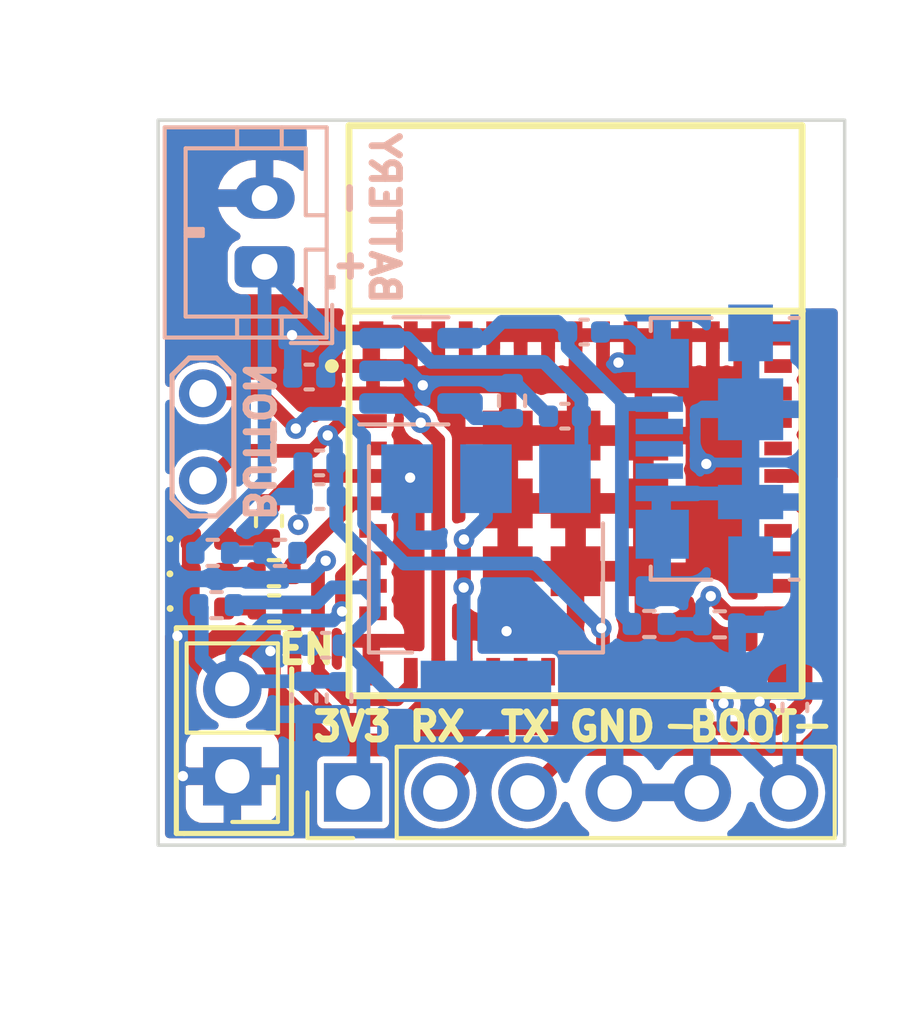
<source format=kicad_pcb>
(kicad_pcb (version 20211014) (generator pcbnew)
  (layers (0 "F.Cu" signal) (31 "B.Cu" signal) (34 "B.Paste" user) (35 "F.Paste" user) (36 "B.SilkS" user "B.Silkscreen") (37 "F.SilkS" user "F.Silkscreen") (38 "B.Mask" user) (39 "F.Mask" user) (44 "Edge.Cuts" user))
  (net 0 "")
  (net 1 "GND")
  (net 2 "+5V")
  (net 3 "+BATT")
  (net 4 "+3V3")
  (net 5 "/EN")
  (net 6 "/BOOT")
  (net 11 "/BATTERY")
  (net 12 "/STATUS")
  (net 16 "/CHARGING")
  (net 17 "/BUTTON")
  (net 22 "/FULL_LED")
  (net 26 "/RX")
  (net 27 "/TX")
  (net 35 "Net-(R1-Pad2)")
  (net 36 "Net-(D1-Pad2)")
  (net 37 "Net-(D2-Pad2)")
  (net 38 "Net-(D3-Pad2)")
  (net 39 "/LOW_LED")
  (net 41 "/ACTION_LED")
  (footprint "Resistor_SMD:R_0402_1005Metric" (layer "F.Cu") (at 138.38 94.11 180)
    (fp_text reference "R9" hide)
    (fp_text value "2K")
    (fp_line (start -0.153641 0.38) (end 0.153641 0.38) (layer "F.SilkS") (width 0.12))
    (fp_line (start -0.153641 -0.38) (end 0.153641 -0.38) (layer "F.SilkS") (width 0.12))
    (pad "1" smd roundrect locked (at -0.51 0 180) (size 0.54 0.64) (layers "F.Cu" "F.Paste" "F.Mask") (net 41 "/ACTION_LED"))
    (pad "2" smd roundrect locked (at 0.51 0 180) (size 0.54 0.64) (layers "F.Cu" "F.Paste" "F.Mask") (net 38 "Net-(D3-Pad2)"))
  )
  (footprint "LED_SMD:LED_0402_1005Metric" (layer "F.Cu") (at 136.4375 92.08)
    (fp_text reference "D1" hide)
    (fp_text value "LED")
    (fp_circle (center -1.09 0) (end -1.04 0) (layer "F.SilkS") (width 0.1) (fill none))
    (pad "1" smd roundrect locked (at -0.485 0) (size 0.59 0.64) (layers "F.Cu" "F.Paste" "F.Mask") (net 1 "GND"))
    (pad "2" smd roundrect locked (at 0.485 0) (size 0.59 0.64) (layers "F.Cu" "F.Paste" "F.Mask") (net 36 "Net-(D1-Pad2)"))
  )
  (footprint "LED_SMD:LED_0402_1005Metric" (layer "F.Cu") (at 136.44 94.11)
    (fp_text reference "D3" hide)
    (fp_text value "LED")
    (fp_circle (center -1.09 0) (end -1.04 0) (layer "F.SilkS") (width 0.1) (fill none))
    (pad "1" smd roundrect locked (at -0.485 0) (size 0.59 0.64) (layers "F.Cu" "F.Paste" "F.Mask") (net 1 "GND"))
    (pad "2" smd roundrect locked (at 0.485 0) (size 0.59 0.64) (layers "F.Cu" "F.Paste" "F.Mask") (net 38 "Net-(D3-Pad2)"))
  )
  (footprint "Connector_PinHeader_2.54mm:PinHeader_1x06_P2.54mm_Vertical" (layer "F.Cu") (at 140.68 99.465 90)
    (fp_text reference "J2" hide)
    (fp_text value "Conn_01x06_Male")
    (fp_line (start -1.33 1.27) (end -1.33 14.03) (layer "F.SilkS") (width 0.12))
    (fp_line (start 1.33 1.27) (end 1.33 14.03) (layer "F.SilkS") (width 0.12))
    (fp_line (start -1.33 1.27) (end 1.33 1.27) (layer "F.SilkS") (width 0.12))
    (fp_line (start -1.33 0) (end -1.33 -1.33) (layer "F.SilkS") (width 0.12))
    (fp_line (start -1.33 -1.33) (end 0 -1.33) (layer "F.SilkS") (width 0.12))
    (fp_line (start -1.33 14.03) (end 1.33 14.03) (layer "F.SilkS") (width 0.12))
    (pad "1" thru_hole rect (at 0 0 90) (size 1.7 1.7) (drill 1) (layers *.Cu *.Mask) (net 4 "+3V3"))
    (pad "2" thru_hole oval (at 0 2.54 90) (size 1.7 1.7) (drill 1) (layers *.Cu *.Mask) (net 26 "/RX"))
    (pad "3" thru_hole oval (at 0 5.08 90) (size 1.7 1.7) (drill 1) (layers *.Cu *.Mask) (net 27 "/TX"))
    (pad "4" thru_hole oval (at 0 7.62 90) (size 1.7 1.7) (drill 1) (layers *.Cu *.Mask) (net 1 "GND"))
    (pad "5" thru_hole oval (at 0 10.16 90) (size 1.7 1.7) (drill 1) (layers *.Cu *.Mask) (net 1 "GND"))
    (pad "6" thru_hole oval (at 0 12.7 90) (size 1.7 1.7) (drill 1) (layers *.Cu *.Mask) (net 6 "/BOOT"))
  )
  (footprint "Resistor_SMD:R_0402_1005Metric" (layer "F.Cu") (at 138.23 91.56 -90)
    (fp_text reference "R7" hide)
    (fp_text value "2K")
    (fp_line (start -0.153641 -0.38) (end 0.153641 -0.38) (layer "F.SilkS") (width 0.12))
    (fp_line (start -0.153641 0.38) (end 0.153641 0.38) (layer "F.SilkS") (width 0.12))
    (pad "1" smd roundrect locked (at -0.51 0 270) (size 0.54 0.64) (layers "F.Cu" "F.Paste" "F.Mask") (net 39 "/LOW_LED"))
    (pad "2" smd roundrect locked (at 0.51 0 270) (size 0.54 0.64) (layers "F.Cu" "F.Paste" "F.Mask") (net 36 "Net-(D1-Pad2)"))
  )
  (footprint "Resistor_SMD:R_0402_1005Metric" (layer "F.Cu") (at 138.3725 93.08 180)
    (fp_text reference "R8" hide)
    (fp_text value "2K")
    (fp_line (start -0.153641 -0.38) (end 0.153641 -0.38) (layer "F.SilkS") (width 0.12))
    (fp_line (start -0.153641 0.38) (end 0.153641 0.38) (layer "F.SilkS") (width 0.12))
    (pad "1" smd roundrect locked (at -0.51 0 180) (size 0.54 0.64) (layers "F.Cu" "F.Paste" "F.Mask") (net 22 "/FULL_LED"))
    (pad "2" smd roundrect locked (at 0.51 0 180) (size 0.54 0.64) (layers "F.Cu" "F.Paste" "F.Mask") (net 37 "Net-(D2-Pad2)"))
  )
  (footprint "LED_SMD:LED_0402_1005Metric" (layer "F.Cu") (at 136.4325 93.1)
    (fp_text reference "D2" hide)
    (fp_text value "LED")
    (fp_circle (center -1.09 0) (end -1.04 0) (layer "F.SilkS") (width 0.1) (fill none))
    (pad "1" smd roundrect locked (at -0.485 0) (size 0.59 0.64) (layers "F.Cu" "F.Paste" "F.Mask") (net 1 "GND"))
    (pad "2" smd roundrect locked (at 0.485 0) (size 0.59 0.64) (layers "F.Cu" "F.Paste" "F.Mask") (net 37 "Net-(D2-Pad2)"))
  )
  (footprint "ESP32-C3-MINI-1-N4:ESP32C3MINI1N4" (layer "F.Cu") (at 147.16 91.05)
    (fp_text reference "IC1" hide)
    (fp_text value "ESP32-C3-MINI-1-N4" hide)
    (fp_line (start -7.2 -4) (end -7.2 -4) (layer "F.SilkS") (width 0.2))
    (fp_line (start -6.6 -5.6) (end 6.61 -5.6) (layer "F.SilkS") (width 0.2))
    (fp_line (start -6.6 -5.7) (end -6.6 5.6) (layer "F.SilkS") (width 0.2))
    (fp_line (start 6.6 5.6) (end 6.6 -5.7) (layer "F.SilkS") (width 0.2))
    (fp_line (start -7 -4) (end -7 -4) (layer "F.SilkS") (width 0.2))
    (fp_line (start -6.6 -5.7) (end -6.6 -11) (layer "F.SilkS") (width 0.2))
    (fp_line (start -6.6 5.6) (end 6.6 5.6) (layer "F.SilkS") (width 0.2))
    (fp_line (start 6.6 -11) (end 6.6 -5.7) (layer "F.SilkS") (width 0.2))
    (fp_line (start -6.6 -11) (end 6.6 -11) (layer "F.SilkS") (width 0.2))
    (fp_arc (start -7 -4) (mid -7.1 -3.9) (end -7.2 -4) (layer "F.SilkS") (width 0.2))
    (fp_arc (start -7.2 -4) (mid -7.1 -4.1) (end -7 -4) (layer "F.SilkS") (width 0.2))
    (pad "1" smd rect (at -5.9 -4 90) (size 0.4 0.8) (layers "F.Cu" "F.Paste" "F.Mask") (net 1 "GND"))
    (pad "2" smd rect (at -5.9 -3.2 90) (size 0.4 0.8) (layers "F.Cu" "F.Paste" "F.Mask") (net 1 "GND"))
    (pad "3" smd rect (at -5.9 -2.4 90) (size 0.4 0.8) (layers "F.Cu" "F.Paste" "F.Mask") (net 4 "+3V3"))
    (pad "4" smd rect (at -5.9 -1.6 90) (size 0.4 0.8) (layers "F.Cu" "F.Paste" "F.Mask"))
    (pad "5" smd rect (at -5.9 -0.8 90) (size 0.4 0.8) (layers "F.Cu" "F.Paste" "F.Mask") (net 39 "/LOW_LED"))
    (pad "6" smd rect (at -5.9 0 90) (size 0.4 0.8) (layers "F.Cu" "F.Paste" "F.Mask") (net 22 "/FULL_LED"))
    (pad "7" smd rect (at -5.9 0.8 90) (size 0.4 0.8) (layers "F.Cu" "F.Paste" "F.Mask"))
    (pad "8" smd rect (at -5.9 1.6 90) (size 0.4 0.8) (layers "F.Cu" "F.Paste" "F.Mask") (net 5 "/EN"))
    (pad "9" smd rect (at -5.9 2.4 90) (size 0.4 0.8) (layers "F.Cu" "F.Paste" "F.Mask"))
    (pad "10" smd rect (at -5.9 3.2 90) (size 0.4 0.8) (layers "F.Cu" "F.Paste" "F.Mask"))
    (pad "11" smd rect (at -5.9 4 90) (size 0.4 0.8) (layers "F.Cu" "F.Paste" "F.Mask") (net 1 "GND"))
    (pad "12" smd rect (at -4.8 4.9) (size 0.4 0.8) (layers "F.Cu" "F.Paste" "F.Mask") (net 11 "/BATTERY"))
    (pad "13" smd rect (at -4 4.9) (size 0.4 0.8) (layers "F.Cu" "F.Paste" "F.Mask") (net 12 "/STATUS"))
    (pad "14" smd rect (at -3.2 4.9) (size 0.4 0.8) (layers "F.Cu" "F.Paste" "F.Mask") (net 1 "GND"))
    (pad "15" smd rect (at -2.4 4.9) (size 0.4 0.8) (layers "F.Cu" "F.Paste" "F.Mask"))
    (pad "16" smd rect (at -1.6 4.9) (size 0.4 0.8) (layers "F.Cu" "F.Paste" "F.Mask"))
    (pad "17" smd rect (at -0.8 4.9) (size 0.4 0.8) (layers "F.Cu" "F.Paste" "F.Mask"))
    (pad "18" smd rect (at 0 4.9) (size 0.4 0.8) (layers "F.Cu" "F.Paste" "F.Mask") (net 41 "/ACTION_LED"))
    (pad "19" smd rect (at 0.8 4.9) (size 0.4 0.8) (layers "F.Cu" "F.Paste" "F.Mask") (net 17 "/BUTTON"))
    (pad "20" smd rect (at 1.6 4.9) (size 0.4 0.8) (layers "F.Cu" "F.Paste" "F.Mask"))
    (pad "21" smd rect (at 2.4 4.9) (size 0.4 0.8) (layers "F.Cu" "F.Paste" "F.Mask"))
    (pad "22" smd rect (at 3.2 4.9) (size 0.4 0.8) (layers "F.Cu" "F.Paste" "F.Mask"))
    (pad "23" smd rect (at 4 4.9) (size 0.4 0.8) (layers "F.Cu" "F.Paste" "F.Mask") (net 6 "/BOOT"))
    (pad "24" smd rect (at 4.8 4.9) (size 0.4 0.8) (layers "F.Cu" "F.Paste" "F.Mask"))
    (pad "25" smd rect (at 5.9 4 90) (size 0.4 0.8) (layers "F.Cu" "F.Paste" "F.Mask"))
    (pad "26" smd rect (at 5.9 3.2 90) (size 0.4 0.8) (layers "F.Cu" "F.Paste" "F.Mask") (net 16 "/CHARGING"))
    (pad "27" smd rect (at 5.9 2.4 90) (size 0.4 0.8) (layers "F.Cu" "F.Paste" "F.Mask"))
    (pad "28" smd rect (at 5.9 1.6 90) (size 0.4 0.8) (layers "F.Cu" "F.Paste" "F.Mask"))
    (pad "29" smd rect (at 5.9 0.8 90) (size 0.4 0.8) (layers "F.Cu" "F.Paste" "F.Mask"))
    (pad "30" smd rect (at 5.9 0 90) (size 0.4 0.8) (layers "F.Cu" "F.Paste" "F.Mask") (net 26 "/RX"))
    (pad "31" smd rect (at 5.9 -0.8 90) (size 0.4 0.8) (layers "F.Cu" "F.Paste" "F.Mask") (net 27 "/TX"))
    (pad "32" smd rect (at 5.9 -1.6 90) (size 0.4 0.8) (layers "F.Cu" "F.Paste" "F.Mask"))
    (pad "33" smd rect (at 5.9 -2.4 90) (size 0.4 0.8) (layers "F.Cu" "F.Paste" "F.Mask"))
    (pad "34" smd rect (at 5.9 -3.2 90) (size 0.4 0.8) (layers "F.Cu" "F.Paste" "F.Mask"))
    (pad "35" smd rect (at 5.9 -4 90) (size 0.4 0.8) (layers "F.Cu" "F.Paste" "F.Mask"))
    (pad "36" smd rect (at 4.8 -4.9) (size 0.4 0.8) (layers "F.Cu" "F.Paste" "F.Mask") (net 1 "GND"))
    (pad "37" smd rect (at 4 -4.9) (size 0.4 0.8) (layers "F.Cu" "F.Paste" "F.Mask") (net 1 "GND"))
    (pad "38" smd rect (at 3.2 -4.9) (size 0.4 0.8) (layers "F.Cu" "F.Paste" "F.Mask") (net 1 "GND"))
    (pad "39" smd rect (at 2.4 -4.9) (size 0.4 0.8) (layers "F.Cu" "F.Paste" "F.Mask") (net 1 "GND"))
    (pad "40" smd rect (at 1.6 -4.9) (size 0.4 0.8) (layers "F.Cu" "F.Paste" "F.Mask") (net 1 "GND"))
    (pad "41" smd rect (at 0.8 -4.9) (size 0.4 0.8) (layers "F.Cu" "F.Paste" "F.Mask") (net 1 "GND"))
    (pad "42" smd rect (at 0 -4.9) (size 0.4 0.8) (layers "F.Cu" "F.Paste" "F.Mask") (net 1 "GND"))
    (pad "43" smd rect (at -0.8 -4.9) (size 0.4 0.8) (layers "F.Cu" "F.Paste" "F.Mask") (net 1 "GND"))
    (pad "44" smd rect (at -1.6 -4.9) (size 0.4 0.8) (layers "F.Cu" "F.Paste" "F.Mask") (net 1 "GND"))
    (pad "45" smd rect (at -2.4 -4.9) (size 0.4 0.8) (layers "F.Cu" "F.Paste" "F.Mask") (net 1 "GND"))
    (pad "46" smd rect (at -3.2 -4.9) (size 0.4 0.8) (layers "F.Cu" "F.Paste" "F.Mask") (net 1 "GND"))
    (pad "47" smd rect (at -4 -4.9) (size 0.4 0.8) (layers "F.Cu" "F.Paste" "F.Mask") (net 1 "GND"))
    (pad "48" smd rect (at -4.8 -4.9) (size 0.4 0.8) (layers "F.Cu" "F.Paste" "F.Mask") (net 1 "GND"))
    (pad "49" smd rect (at 0 0) (size 1.45 1.45) (layers "F.Cu" "F.Paste" "F.Mask") (net 1 "GND"))
    (pad "50" smd rect (at 1.975 -1.975) (size 1.45 1.45) (layers "F.Cu" "F.Paste" "F.Mask") (net 1 "GND"))
    (pad "51" smd rect (at 0 -1.975) (size 1.45 1.45) (layers "F.Cu" "F.Paste" "F.Mask") (net 1 "GND"))
    (pad "52" smd rect (at -1.975 -1.975) (size 1.45 1.45) (layers "F.Cu" "F.Paste" "F.Mask") (net 1 "GND"))
    (pad "53" smd rect (at -1.975 0) (size 1.45 1.45) (layers "F.Cu" "F.Paste" "F.Mask") (net 1 "GND"))
    (pad "54" smd rect (at -1.975 1.975) (size 1.45 1.45) (layers "F.Cu" "F.Paste" "F.Mask") (net 1 "GND"))
    (pad "55" smd rect (at 0 1.975) (size 1.45 1.45) (layers "F.Cu" "F.Paste" "F.Mask") (net 1 "GND"))
    (pad "56" smd rect (at 1.975 1.975) (size 1.45 1.45) (layers "F.Cu" "F.Paste" "F.Mask") (net 1 "GND"))
    (pad "57" smd rect (at 1.975 0) (size 1.45 1.45) (layers "F.Cu" "F.Paste" "F.Mask") (net 1 "GND"))
    (pad "58" smd rect (at -5.95 -4.95) (size 0.7 0.7) (layers "F.Cu" "F.Paste" "F.Mask") (net 1 "GND"))
    (pad "59" smd rect (at -5.95 4.95) (size 0.7 0.7) (layers "F.Cu" "F.Paste" "F.Mask") (net 1 "GND"))
    (pad "60" smd rect (at 5.95 4.95) (size 0.7 0.7) (layers "F.Cu" "F.Paste" "F.Mask") (net 1 "GND"))
    (pad "61" smd rect (at 5.95 -4.95) (size 0.7 0.7) (layers "F.Cu" "F.Paste" "F.Mask") (net 1 "GND"))
  )
  (footprint "Connector_PinHeader_2.54mm:PinHeader_1x02_P2.54mm_Vertical" (layer "F.Cu") (at 137.16 98.995 180)
    (fp_text reference "J3" hide)
    (fp_text value "Conn_01x02_Male")
    (fp_line (start -1.33 0) (end -1.33 -1.33) (layer "F.SilkS") (width 0.12))
    (fp_line (start -1.33 1.27) (end 1.33 1.27) (layer "F.SilkS") (width 0.12))
    (fp_line (start 1.33 1.27) (end 1.33 3.87) (layer "F.SilkS") (width 0.12))
    (fp_line (start -1.33 1.27) (end -1.33 3.87) (layer "F.SilkS") (width 0.12))
    (fp_line (start -1.33 -1.33) (end 0 -1.33) (layer "F.SilkS") (width 0.12))
    (fp_line (start -1.33 3.87) (end 1.33 3.87) (layer "F.SilkS") (width 0.12))
    (pad "1" thru_hole rect locked (at 0 0 180) (size 1.7 1.7) (drill 1) (layers *.Cu *.Mask) (net 1 "GND"))
    (pad "2" thru_hole oval locked (at 0 2.54 180) (size 1.7 1.7) (drill 1) (layers *.Cu *.Mask) (net 5 "/EN"))
  )
  (footprint "Resistor_SMD:R_0402_1005Metric" (layer "B.Cu") (at 145.31 88.06 -90)
    (fp_text reference "R1" hide)
    (fp_text value "2.2k")
    (fp_line (start -0.153641 0.38) (end 0.153641 0.38) (layer "B.SilkS") (width 0.12))
    (fp_line (start -0.153641 -0.38) (end 0.153641 -0.38) (layer "B.SilkS") (width 0.12))
    (pad "1" smd roundrect locked (at -0.51 0 270) (size 0.54 0.64) (layers "B.Cu" "B.Paste" "B.Mask") (net 1 "GND"))
    (pad "2" smd roundrect locked (at 0.51 0 270) (size 0.54 0.64) (layers "B.Cu" "B.Paste" "B.Mask") (net 35 "Net-(R1-Pad2)"))
  )
  (footprint "Resistor_SMD:R_0402_1005Metric" (layer "B.Cu") (at 151.36 94.57)
    (fp_text reference "R5" hide)
    (fp_text value "2K")
    (fp_line (start -0.153641 0.38) (end 0.153641 0.38) (layer "B.SilkS") (width 0.12))
    (fp_line (start -0.153641 -0.38) (end 0.153641 -0.38) (layer "B.SilkS") (width 0.12))
    (pad "1" smd roundrect locked (at -0.51 0) (size 0.54 0.64) (layers "B.Cu" "B.Paste" "B.Mask") (net 16 "/CHARGING"))
    (pad "2" smd roundrect locked (at 0.51 0) (size 0.54 0.64) (layers "B.Cu" "B.Paste" "B.Mask") (net 1 "GND"))
  )
  (footprint "Capacitor_SMD:C_0402_1005Metric" (layer "B.Cu") (at 146.85 88.51 180)
    (fp_text reference "C2" hide)
    (fp_text value "22uF/10V/10%")
    (fp_line (start -0.107836 -0.36) (end 0.107836 -0.36) (layer "B.SilkS") (width 0.12))
    (fp_line (start -0.107836 0.36) (end 0.107836 0.36) (layer "B.SilkS") (width 0.12))
    (pad "1" smd roundrect locked (at -0.48 0 180) (size 0.56 0.62) (layers "B.Cu" "B.Paste" "B.Mask") (net 3 "+BATT"))
    (pad "2" smd roundrect locked (at 0.48 0 180) (size 0.56 0.62) (layers "B.Cu" "B.Paste" "B.Mask") (net 1 "GND"))
  )
  (footprint "Resistor_SMD:R_0402_1005Metric" (layer "B.Cu") (at 136.59 92.49)
    (fp_text reference "R2" hide)
    (fp_text value "1K")
    (fp_line (start -0.153641 -0.38) (end 0.153641 -0.38) (layer "B.SilkS") (width 0.12))
    (fp_line (start -0.153641 0.38) (end 0.153641 0.38) (layer "B.SilkS") (width 0.12))
    (pad "1" smd roundrect locked (at -0.51 0) (size 0.54 0.64) (layers "B.Cu" "B.Paste" "B.Mask") (net 3 "+BATT"))
    (pad "2" smd roundrect locked (at 0.51 0) (size 0.54 0.64) (layers "B.Cu" "B.Paste" "B.Mask") (net 11 "/BATTERY"))
  )
  (footprint "Capacitor_SMD:C_0402_1005Metric" (layer "B.Cu") (at 139.7 89.87 180)
    (fp_text reference "C9" hide)
    (fp_text value "0.1uF")
    (fp_line (start -0.107836 -0.36) (end 0.107836 -0.36) (layer "B.SilkS") (width 0.12))
    (fp_line (start -0.107836 0.36) (end 0.107836 0.36) (layer "B.SilkS") (width 0.12))
    (pad "1" smd roundrect locked (at -0.48 0 180) (size 0.56 0.62) (layers "B.Cu" "B.Paste" "B.Mask") (net 4 "+3V3"))
    (pad "2" smd roundrect locked (at 0.48 0 180) (size 0.56 0.62) (layers "B.Cu" "B.Paste" "B.Mask") (net 1 "GND"))
  )
  (footprint "Resistor_SMD:R_0402_1005Metric" (layer "B.Cu") (at 138.55 92.49)
    (fp_text reference "R3" hide)
    (fp_text value "2K")
    (fp_line (start -0.153641 -0.38) (end 0.153641 -0.38) (layer "B.SilkS") (width 0.12))
    (fp_line (start -0.153641 0.38) (end 0.153641 0.38) (layer "B.SilkS") (width 0.12))
    (pad "1" smd roundrect locked (at -0.51 0) (size 0.54 0.64) (layers "B.Cu" "B.Paste" "B.Mask") (net 11 "/BATTERY"))
    (pad "2" smd roundrect locked (at 0.51 0) (size 0.54 0.64) (layers "B.Cu" "B.Paste" "B.Mask") (net 1 "GND"))
  )
  (footprint "Connector_USB:USB_Micro-B_Molex_47346-0001" (layer "B.Cu") (at 151.06 89.46 -90)
    (fp_text reference "J1" hide)
    (fp_text value "USB_B_Micro")
    (fp_line (start 3.81 -2.34) (end 3.81 -2.6) (layer "B.SilkS") (width 0.12))
    (fp_line (start 3.81 1.71) (end 3.43 1.71) (layer "B.SilkS") (width 0.12))
    (fp_line (start -3.81 -0.06) (end -3.81 1.71) (layer "B.SilkS") (width 0.12))
    (fp_line (start -3.81 1.71) (end -3.43 1.71) (layer "B.SilkS") (width 0.12))
    (fp_line (start 3.81 1.71) (end 3.81 -0.06) (layer "B.SilkS") (width 0.12))
    (fp_line (start -3.81 -2.6) (end -3.81 -2.34) (layer "B.SilkS") (width 0.12))
    (pad "1" smd rect (at -1.3 1.46 270) (size 0.45 1.38) (layers "B.Cu" "B.Paste" "B.Mask") (net 2 "+5V"))
    (pad "2" smd rect (at -0.65 1.46 270) (size 0.45 1.38) (layers "B.Cu" "B.Paste" "B.Mask"))
    (pad "3" smd rect (at 0 1.46 270) (size 0.45 1.38) (layers "B.Cu" "B.Paste" "B.Mask"))
    (pad "4" smd rect (at 0.65 1.46 270) (size 0.45 1.38) (layers "B.Cu" "B.Paste" "B.Mask"))
    (pad "5" smd rect (at 1.3 1.46 270) (size 0.45 1.38) (layers "B.Cu" "B.Paste" "B.Mask") (net 1 "GND"))
    (pad "6" smd rect (at 3.375 -1.2 270) (size 1.65 1.3) (layers "B.Cu" "B.Paste" "B.Mask") (net 1 "GND"))
    (pad "6" smd rect (at -2.4875 1.375 270) (size 1.425 1.55) (layers "B.Cu" "B.Paste" "B.Mask") (net 1 "GND"))
    (pad "6" smd rect (at -3.375 -1.2 270) (size 1.65 1.3) (layers "B.Cu" "B.Paste" "B.Mask") (net 1 "GND"))
    (pad "6" smd rect (at -1.15 -1.2 270) (size 1.8 1.9) (layers "B.Cu" "B.Paste" "B.Mask") (net 1 "GND"))
    (pad "6" smd rect (at 1.55 -1.2 270) (size 1 1.9) (layers "B.Cu" "B.Paste" "B.Mask") (net 1 "GND"))
    (pad "6" smd rect (at 2.4875 1.375 270) (size 1.425 1.55) (layers "B.Cu" "B.Paste" "B.Mask") (net 1 "GND"))
  )
  (footprint "Package_TO_SOT_SMD:SOT-23-5" (layer "B.Cu") (at 142.6575 87.19)
    (fp_text reference "U1" hide)
    (fp_text value "MCP73831-2-OT")
    (fp_line (start 0 1.56) (end -1.8 1.56) (layer "B.SilkS") (width 0.12))
    (fp_line (start 0 -1.56) (end -0.8 -1.56) (layer "B.SilkS") (width 0.12))
    (fp_line (start 0 1.56) (end 0.8 1.56) (layer "B.SilkS") (width 0.12))
    (fp_line (start 0 -1.56) (end 0.8 -1.56) (layer "B.SilkS") (width 0.12))
    (pad "1" smd roundrect locked (at -1.1375 0.95) (size 1.325 0.6) (layers "B.Cu" "B.Paste" "B.Mask") (net 12 "/STATUS"))
    (pad "2" smd roundrect locked (at -1.1375 0) (size 1.325 0.6) (layers "B.Cu" "B.Paste" "B.Mask") (net 1 "GND"))
    (pad "3" smd roundrect locked (at -1.1375 -0.95) (size 1.325 0.6) (layers "B.Cu" "B.Paste" "B.Mask") (net 3 "+BATT"))
    (pad "4" smd roundrect locked (at 1.1375 -0.95) (size 1.325 0.6) (layers "B.Cu" "B.Paste" "B.Mask") (net 2 "+5V"))
    (pad "5" smd roundrect locked (at 1.1375 0.95) (size 1.325 0.6) (layers "B.Cu" "B.Paste" "B.Mask") (net 35 "Net-(R1-Pad2)"))
  )
  (footprint "Capacitor_SMD:C_0402_1005Metric" (layer "B.Cu") (at 139.71 90.85)
    (fp_text reference "C8" hide)
    (fp_text value "10uF")
    (fp_line (start -0.107836 0.36) (end 0.107836 0.36) (layer "B.SilkS") (width 0.12))
    (fp_line (start -0.107836 -0.36) (end 0.107836 -0.36) (layer "B.SilkS") (width 0.12))
    (pad "1" smd roundrect locked (at -0.48 0) (size 0.56 0.62) (layers "B.Cu" "B.Paste" "B.Mask") (net 1 "GND"))
    (pad "2" smd roundrect locked (at 0.48 0) (size 0.56 0.62) (layers "B.Cu" "B.Paste" "B.Mask") (net 4 "+3V3"))
  )
  (footprint "Resistor_SMD:R_0402_1005Metric" (layer "B.Cu") (at 149.31 94.56)
    (fp_text reference "R4" hide)
    (fp_text value "1K")
    (fp_line (start -0.153641 0.38) (end 0.153641 0.38) (layer "B.SilkS") (width 0.12))
    (fp_line (start -0.153641 -0.38) (end 0.153641 -0.38) (layer "B.SilkS") (width 0.12))
    (pad "1" smd roundrect locked (at -0.51 0) (size 0.54 0.64) (layers "B.Cu" "B.Paste" "B.Mask") (net 2 "+5V"))
    (pad "2" smd roundrect locked (at 0.51 0) (size 0.54 0.64) (layers "B.Cu" "B.Paste" "B.Mask") (net 16 "/CHARGING"))
  )
  (footprint "Capacitor_SMD:C_0402_1005Metric" (layer "B.Cu") (at 140.27 96.72 -90)
    (fp_text reference "C5" hide)
    (fp_text value "0.1uF")
    (fp_line (start -0.107836 0.36) (end 0.107836 0.36) (layer "B.SilkS") (width 0.12))
    (fp_line (start -0.107836 -0.36) (end 0.107836 -0.36) (layer "B.SilkS") (width 0.12))
    (pad "1" smd roundrect locked (at -0.48 0 270) (size 0.56 0.62) (layers "B.Cu" "B.Paste" "B.Mask") (net 5 "/EN"))
    (pad "2" smd roundrect locked (at 0.48 0 270) (size 0.56 0.62) (layers "B.Cu" "B.Paste" "B.Mask") (net 1 "GND"))
  )
  (footprint "Connector_JST:JST_PH_B2B-PH-K_1x02_P2.00mm_Vertical" (layer "B.Cu") (at 138.1 84.16 90)
    (fp_text reference "J4" hide)
    (fp_text value "Conn_01x02_Male")
    (fp_line (start 3.45 1.2) (end 1.5 1.2) (layer "B.SilkS") (width 0.12))
    (fp_line (start 0.5 1.2) (end -1.45 1.2) (layer "B.SilkS") (width 0.12))
    (fp_line (start -2.06 -2.91) (end 4.06 -2.91) (layer "B.SilkS") (width 0.12))
    (fp_line (start -1.45 1.2) (end -1.45 -2.3) (layer "B.SilkS") (width 0.12))
    (fp_line (start 0.5 1.81) (end 0.5 1.2) (layer "B.SilkS") (width 0.12))
    (fp_line (start -2.06 0.5) (end -1.45 0.5) (layer "B.SilkS") (width 0.12))
    (fp_line (start 1 -2.3) (end 1 -1.8) (layer "B.SilkS") (width 0.12))
    (fp_line (start -2.22 1.97) (end -2.22 0.765) (layer "B.SilkS") (width 0.12))
    (fp_line (start 1.1 -1.8) (end 1.1 -2.3) (layer "B.SilkS") (width 0.12))
    (fp_line (start 3.45 -2.3) (end 3.45 1.2) (layer "B.SilkS") (width 0.12))
    (fp_line (start 4.06 -0.8) (end 3.45 -0.8) (layer "B.SilkS") (width 0.12))
    (fp_line (start -1.11 1.97) (end -2.22 1.97) (layer "B.SilkS") (width 0.12))
    (fp_line (start -2.06 1.81) (end -2.06 -2.91) (layer "B.SilkS") (width 0.12))
    (fp_line (start -0.3 2.01) (end -0.6 2.01) (layer "B.SilkS") (width 0.12))
    (fp_line (start 1.5 1.2) (end 1.5 1.81) (layer "B.SilkS") (width 0.12))
    (fp_line (start 4.06 1.81) (end -2.06 1.81) (layer "B.SilkS") (width 0.12))
    (fp_line (start -1.45 -2.3) (end 3.45 -2.3) (layer "B.SilkS") (width 0.12))
    (fp_line (start 4.06 -2.91) (end 4.06 1.81) (layer "B.SilkS") (width 0.12))
    (fp_line (start 0.9 -2.3) (end 0.9 -1.8) (layer "B.SilkS") (width 0.12))
    (fp_line (start -0.6 2.01) (end -0.6 1.81) (layer "B.SilkS") (width 0.12))
    (fp_line (start -0.3 1.81) (end -0.3 2.01) (layer "B.SilkS") (width 0.12))
    (fp_line (start -0.3 1.91) (end -0.6 1.91) (layer "B.SilkS") (width 0.12))
    (fp_line (start 0.9 -1.8) (end 1.1 -1.8) (layer "B.SilkS") (width 0.12))
    (fp_line (start -2.06 -0.8) (end -1.45 -0.8) (layer "B.SilkS") (width 0.12))
    (fp_line (start 4.06 0.5) (end 3.45 0.5) (layer "B.SilkS") (width 0.12))
    (pad "1" thru_hole roundrect (at 0 0 90) (size 1.2 1.75) (drill 0.75) (layers *.Cu *.Mask) (roundrect_rratio 0.2083333333) (net 3 "+BATT"))
    (pad "2" thru_hole oval (at 2 0 90) (size 1.2 1.75) (drill 0.75) (layers *.Cu *.Mask) (net 1 "GND"))
  )
  (footprint "Capacitor_SMD:C_0402_1005Metric" (layer "B.Cu") (at 139.4 87.37 180)
    (fp_text reference "C3" hide)
    (fp_text value "4.7uF")
    (fp_line (start -0.107836 0.36) (end 0.107836 0.36) (layer "B.SilkS") (width 0.12))
    (fp_line (start -0.107836 -0.36) (end 0.107836 -0.36) (layer "B.SilkS") (width 0.12))
    (pad "1" smd roundrect locked (at -0.48 0 180) (size 0.56 0.62) (layers "B.Cu" "B.Paste" "B.Mask") (net 3 "+BATT"))
    (pad "2" smd roundrect locked (at 0.48 0 180) (size 0.56 0.62) (layers "B.Cu" "B.Paste" "B.Mask") (net 1 "GND"))
  )
  (footprint "Capacitor_SMD:C_0402_1005Metric" (layer "B.Cu") (at 139.88 95.18 180)
    (fp_text reference "C4" hide)
    (fp_text value "22uF/10V/10%")
    (fp_line (start -0.107836 0.36) (end 0.107836 0.36) (layer "B.SilkS") (width 0.12))
    (fp_line (start -0.107836 -0.36) (end 0.107836 -0.36) (layer "B.SilkS") (width 0.12))
    (pad "1" smd roundrect locked (at -0.48 0 180) (size 0.56 0.62) (layers "B.Cu" "B.Paste" "B.Mask") (net 4 "+3V3"))
    (pad "2" smd roundrect locked (at 0.48 0 180) (size 0.56 0.62) (layers "B.Cu" "B.Paste" "B.Mask") (net 1 "GND"))
  )
  (footprint "Capacitor_SMD:C_0402_1005Metric" (layer "B.Cu") (at 153.55 96.99 90)
    (fp_text reference "C7" hide)
    (fp_text value "0.1uF")
    (fp_line (start -0.107836 0.36) (end 0.107836 0.36) (layer "B.SilkS") (width 0.12))
    (fp_line (start -0.107836 -0.36) (end 0.107836 -0.36) (layer "B.SilkS") (width 0.12))
    (pad "1" smd roundrect locked (at -0.48 0 90) (size 0.56 0.62) (layers "B.Cu" "B.Paste" "B.Mask") (net 6 "/BOOT"))
    (pad "2" smd roundrect locked (at 0.48 0 90) (size 0.56 0.62) (layers "B.Cu" "B.Paste" "B.Mask") (net 1 "GND"))
  )
  (footprint "Package_TO_SOT_SMD:SOT-223-3_TabPin2" (layer "B.Cu") (at 144.55 93.48 -90)
    (fp_text reference "U2" hide)
    (fp_text value "AMS1117-3.3")
    (fp_line (start -1.85 -3.41) (end 1.91 -3.41) (layer "B.SilkS") (width 0.12))
    (fp_line (start 1.91 -3.41) (end 1.91 -2.15) (layer "B.SilkS") (width 0.12))
    (fp_line (start 1.91 3.41) (end 1.91 2.15) (layer "B.SilkS") (width 0.12))
    (fp_line (start -4.1 3.41) (end 1.91 3.41) (layer "B.SilkS") (width 0.12))
    (pad "1" smd rect locked (at -3.15 2.3 270) (size 2 1.5) (layers "B.Cu" "B.Paste" "B.Mask") (net 1 "GND"))
    (pad "2" smd rect locked (at 3.15 0 270) (size 2 3.8) (layers "B.Cu" "B.Paste" "B.Mask") (net 4 "+3V3"))
    (pad "2" smd rect locked (at -3.15 0 270) (size 2 1.5) (layers "B.Cu" "B.Paste" "B.Mask") (net 4 "+3V3"))
    (pad "3" smd rect locked (at -3.15 -2.3 270) (size 2 1.5) (layers "B.Cu" "B.Paste" "B.Mask") (net 3 "+BATT"))
  )
  (footprint "TestPoint:TestPoint_2Pads_Pitch2.54mm_Drill0.8mm" (layer "B.Cu") (at 136.305 90.385 90)
    (fp_text reference "J5" hide)
    (fp_text value "Conn_01x02_Male")
    (fp_line (start 3.57 0.4) (end 3.57 -0.4) (layer "B.SilkS") (width 0.15))
    (fp_line (start 3.07 -0.9) (end -0.53 -0.9) (layer "B.SilkS") (width 0.15))
    (fp_line (start -0.53 -0.9) (end -1.03 -0.4) (layer "B.SilkS") (width 0.15))
    (fp_line (start -1.03 0.4) (end -0.53 0.9) (layer "B.SilkS") (width 0.15))
    (fp_line (start -1.03 -0.4) (end -1.03 0.4) (layer "B.SilkS") (width 0.15))
    (fp_line (start 3.07 0.9) (end 3.57 0.4) (layer "B.SilkS") (width 0.15))
    (fp_line (start -0.53 0.9) (end 3.07 0.9) (layer "B.SilkS") (width 0.15))
    (fp_line (start 3.57 -0.4) (end 3.07 -0.9) (layer "B.SilkS") (width 0.15))
    (pad "1" thru_hole circle (at 0 0 90) (size 1.4 1.4) (drill 0.8) (layers *.Cu *.Mask) (net 4 "+3V3"))
    (pad "2" thru_hole circle (at 2.54 0 90) (size 1.4 1.4) (drill 0.8) (layers *.Cu *.Mask) (net 17 "/BUTTON"))
  )
  (footprint "Resistor_SMD:R_0402_1005Metric" (layer "B.Cu") (at 136.7 94.01 180)
    (fp_text reference "R6" hide)
    (fp_text value "10K")
    (fp_line (start -0.153641 0.38) (end 0.153641 0.38) (layer "B.SilkS") (width 0.12))
    (fp_line (start -0.153641 -0.38) (end 0.153641 -0.38) (layer "B.SilkS") (width 0.12))
    (pad "1" smd roundrect locked (at -0.51 0 180) (size 0.54 0.64) (layers "B.Cu" "B.Paste" "B.Mask") (net 4 "+3V3"))
    (pad "2" smd roundrect locked (at 0.51 0 180) (size 0.54 0.64) (layers "B.Cu" "B.Paste" "B.Mask") (net 5 "/EN"))
  )
  (footprint "Capacitor_SMD:C_0402_1005Metric" (layer "B.Cu") (at 147.41 86.06 180)
    (fp_text reference "C1" hide)
    (fp_text value "4.7uF")
    (fp_line (start -0.107836 0.36) (end 0.107836 0.36) (layer "B.SilkS") (width 0.12))
    (fp_line (start -0.107836 -0.36) (end 0.107836 -0.36) (layer "B.SilkS") (width 0.12))
    (pad "1" smd roundrect locked (at -0.48 0 180) (size 0.56 0.62) (layers "B.Cu" "B.Paste" "B.Mask") (net 1 "GND"))
    (pad "2" smd roundrect locked (at 0.48 0 180) (size 0.56 0.62) (layers "B.Cu" "B.Paste" "B.Mask") (net 2 "+5V"))
  )
  (footprint "Capacitor_SMD:C_0402_1005Metric" (layer "B.Cu") (at 139.25 96.71 90)
    (fp_text reference "C6" hide)
    (fp_text value "100nF")
    (fp_line (start -0.107836 -0.36) (end 0.107836 -0.36) (layer "B.SilkS") (width 0.12))
    (fp_line (start -0.107836 0.36) (end 0.107836 0.36) (layer "B.SilkS") (width 0.12))
    (pad "1" smd roundrect locked (at -0.48 0 90) (size 0.56 0.62) (layers "B.Cu" "B.Paste" "B.Mask") (net 1 "GND"))
    (pad "2" smd roundrect locked (at 0.48 0 90) (size 0.56 0.62) (layers "B.Cu" "B.Paste" "B.Mask") (net 5 "/EN"))
  )
  (gr_line (start 135.76 100.66) (end 135.53 100.66) (layer "F.SilkS") (width 0.15))
  (gr_line (start 135.53 94.67) (end 138.89 94.67) (layer "F.SilkS") (width 0.15))
  (gr_line (start 150.505 97.55) (end 149.92 97.54) (layer "F.SilkS") (width 0.15))
  (gr_line (start 153.66 97.54) (end 154.45 97.54) (layer "F.SilkS") (width 0.15))
  (gr_line (start 138.89 95.87) (end 138.88 100.66) (layer "F.SilkS") (width 0.15))
  (gr_line (start 135.53 100.66) (end 135.53 94.67) (layer "F.SilkS") (width 0.15))
  (gr_line (start 138.89 100.66) (end 135.76 100.66) (layer "F.SilkS") (width 0.15))
  (gr_rect (start 135 101) (end 155 79.89) (layer "Edge.Cuts") (width 0.1) (fill none))
  (gr_text "+" (at 140.6 84.08) (layer "B.SilkS") (effects (font (size 0.8 0.8) (thickness 0.2)) (justify mirror)))
  (gr_text "BUTTON" (at 137.92 89.25 270) (layer "B.SilkS") (effects (font (size 0.8 0.8) (thickness 0.2)) (justify mirror)))
  (gr_text "-" (at 140.52 82.16 90) (layer "B.SilkS") (effects (font (size 0.8 0.8) (thickness 0.2)) (justify mirror)))
  (gr_text "BATTERY\n" (at 141.59 82.75 270) (layer "B.SilkS") (effects (font (size 0.8 0.8) (thickness 0.2)) (justify mirror)))
  (gr_text "GND" (at 148.23 97.55) (layer "F.SilkS") (effects (font (size 0.8 0.8) (thickness 0.2))))
  (gr_text "EN" (at 139.32 95.3) (layer "F.SilkS") (effects (font (size 0.8 0.8) (thickness 0.2))))
  (gr_text "RX\n" (at 143.13 97.55) (layer "F.SilkS") (effects (font (size 0.8 0.8) (thickness 0.2))))
  (gr_text "BOOT" (at 152.04 97.55) (layer "F.SilkS") (effects (font (size 0.8 0.8) (thickness 0.2))))
  (gr_text "3V3" (at 140.66 97.55) (layer "F.SilkS") (effects (font (size 0.8 0.8) (thickness 0.2))))
  (gr_text "TX" (at 145.7 97.56) (layer "F.SilkS") (effects (font (size 0.8 0.8) (thickness 0.2))))
  (segment (start 145.185 91.05) (end 145.185 93.025) (width 0.6) (layer "F.Cu") (net 1))
  (segment (start 153.11 96.23) (end 152.52 96.82) (width 0.4) (layer "F.Cu") (net 1))
  (segment (start 149.135 89.075) (end 149.135 91.05) (width 0.6) (layer "F.Cu") (net 1))
  (segment (start 142.025489 87.965489) (end 142.025489 89.985489) (width 0.25) (layer "F.Cu") (net 1))
  (segment (start 149.135 91.05) (end 149.135 93.025) (width 0.6) (layer "F.Cu") (net 1))
  (segment (start 153.11 96) (end 153.11 96.23) (width 0.4) (layer "F.Cu") (net 1))
  (segment (start 147.16 93.025) (end 147.16 91.05) (width 0.6) (layer "F.Cu") (net 1))
  (segment (start 145.185 89.075) (end 147.16 89.075) (width 0.6) (layer "F.Cu") (net 1))
  (segment (start 141.91 87.85) (end 142.025489 87.965489) (width 0.25) (layer "F.Cu") (net 1))
  (segment (start 141.26 87.85) (end 141.91 87.85) (width 0.25) (layer "F.Cu") (net 1))
  (segment (start 142.025489 89.985489) (end 142.34 90.3) (width 0.25) (layer "F.Cu") (net 1))
  (segment (start 147.16 91.05) (end 147.16 89.075) (width 0.6) (layer "F.Cu") (net 1))
  (segment (start 145.185 93.025) (end 147.16 93.025) (width 0.6) (layer "F.Cu") (net 1))
  (segment (start 147.16 91.05) (end 149.135 91.05) (width 0.6) (layer "F.Cu") (net 1))
  (segment (start 149.135 93.025) (end 147.16 93.025) (width 0.6) (layer "F.Cu") (net 1))
  (segment (start 145.185 91.05) (end 145.185 89.075) (width 0.6) (layer "F.Cu") (net 1))
  (segment (start 147.16 89.075) (end 149.135 89.075) (width 0.6) (layer "F.Cu") (net 1))
  (segment (start 147.16 91.05) (end 145.185 91.05) (width 0.6) (layer "F.Cu") (net 1))
  (via (at 138.9 86.15) (size 0.6) (drill 0.3) (layers "F.Cu" "B.Cu") (net 1))
  (via (at 142.34 90.3) (size 0.6) (drill 0.3) (layers "F.Cu" "B.Cu") (net 1))
  (via (at 139.08 91.67) (size 0.6) (drill 0.3) (layers "F.Cu" "B.Cu") (net 1))
  (via (at 152.52 96.82) (size 0.6) (drill 0.3) (layers "F.Cu" "B.Cu") (net 1))
  (via (at 138.2705 95.35) (size 0.6) (drill 0.3) (layers "F.Cu" "B.Cu") (net 1))
  (via (at 135.56 94.91) (size 0.6) (drill 0.3) (layers "F.Cu" "B.Cu") (net 1))
  (via (at 142.71 87.61) (size 0.6) (drill 0.3) (layers "F.Cu" "B.Cu") (net 1))
  (via (at 150.97 89.9) (size 0.6) (drill 0.3) (layers "F.Cu" "B.Cu") (net 1))
  (via (at 145.15 94.77) (size 0.6) (drill 0.3) (layers "F.Cu" "B.Cu") (net 1))
  (via (at 135.72 98.99) (size 0.6) (drill 0.3) (layers "F.Cu" "B.Cu") (net 1))
  (via (at 148.41 86.95) (size 0.6) (drill 0.3) (layers "F.Cu" "B.Cu") (net 1))
  (segment (start 145.41 87.55) (end 145.31 87.55) (width 0.4) (layer "B.Cu") (net 1))
  (segment (start 141.52 87.19) (end 142.29 87.19) (width 0.4) (layer "B.Cu") (net 1))
  (segment (start 148.7725 86.06) (end 149.685 86.9725) (width 0.4) (layer "B.Cu") (net 1))
  (segment (start 142.29 87.19) (end 142.71 87.61) (width 0.4) (layer "B.Cu") (net 1))
  (segment (start 149.6 90.76) (end 152.01 90.76) (width 0.4) (layer "B.Cu") (net 1))
  (segment (start 147.89 86.06) (end 148.7725 86.06) (width 0.4) (layer "B.Cu") (net 1))
  (segment (start 152.01 90.76) (end 152.26 91.01) (width 0.4) (layer "B.Cu") (net 1))
  (segment (start 146.37 88.51) (end 145.41 87.55) (width 0.4) (layer "B.Cu") (net 1))
  (segment (start 148.510489 94.270489) (end 148.8 94.56) (width 0.4) (layer "B.Cu") (net 2))
  (segment (start 145.01452 85.76548) (end 146.63548 85.76548) (width 0.4) (layer "B.Cu") (net 2))
  (segment (start 149.6 88.16) (end 148.535978 88.16) (width 0.4) (layer "B.Cu") (net 2))
  (segment (start 148.535978 88.16) (end 148.510489 88.185489) (width 0.4) (layer "B.Cu") (net 2))
  (segment (start 146.63548 85.76548) (end 146.93 86.06) (width 0.4) (layer "B.Cu") (net 2))
  (segment (start 148.585978 88.16) (end 146.93 86.504022) (width 0.4) (layer "B.Cu") (net 2))
  (segment (start 144.54 86.24) (end 145.01452 85.76548) (width 0.4) (layer "B.Cu") (net 2))
  (segment (start 143.795 86.24) (end 144.54 86.24) (width 0.4) (layer "B.Cu") (net 2))
  (segment (start 149.6 88.16) (end 148.585978 88.16) (width 0.4) (layer "B.Cu") (net 2))
  (segment (start 146.93 86.504022) (end 146.93 86.06) (width 0.4) (layer "B.Cu") (net 2))
  (segment (start 148.510489 88.185489) (end 148.510489 94.270489) (width 0.4) (layer "B.Cu") (net 2))
  (segment (start 140.18 86.24) (end 140.48 86.24) (width 0.4) (layer "B.Cu") (net 3))
  (segment (start 136.08 92.49) (end 136.08 92.434075) (width 0.4) (layer "B.Cu") (net 3))
  (segment (start 139.88 87.37) (end 139.88 86.84) (width 0.4) (layer "B.Cu") (net 3))
  (segment (start 138.1 84.16) (end 140.18 86.24) (width 0.4) (layer "B.Cu") (net 3))
  (segment (start 146.24 86.93) (end 142.95 86.93) (width 0.4) (layer "B.Cu") (net 3))
  (segment (start 147.33 89.85) (end 146.85 90.33) (width 0.4) (layer "B.Cu") (net 3))
  (segment (start 136.08 92.434075) (end 138.1 90.414075) (width 0.4) (layer "B.Cu") (net 3))
  (segment (start 139.88 86.84) (end 140.48 86.24) (width 0.4) (layer "B.Cu") (net 3))
  (segment (start 140.48 86.24) (end 141.52 86.24) (width 0.4) (layer "B.Cu") (net 3))
  (segment (start 138.1 90.414075) (end 138.1 84.16) (width 0.4) (layer "B.Cu") (net 3))
  (segment (start 147.33 88.51) (end 147.33 88.02) (width 0.4) (layer "B.Cu") (net 3))
  (segment (start 147.33 88.51) (end 147.33 89.85) (width 0.4) (layer "B.Cu") (net 3))
  (segment (start 142.26 86.24) (end 141.52 86.24) (width 0.4) (layer "B.Cu") (net 3))
  (segment (start 147.33 88.02) (end 146.24 86.93) (width 0.4) (layer "B.Cu") (net 3))
  (segment (start 142.95 86.93) (end 142.26 86.24) (width 0.4) (layer "B.Cu") (net 3))
  (segment (start 139.94 89.07) (end 139.49 89.52) (width 0.4) (layer "F.Cu") (net 4))
  (segment (start 139.94 89.07) (end 140.36 88.65) (width 0.4) (layer "F.Cu") (net 4))
  (segment (start 140.36 88.65) (end 141.26 88.65) (width 0.4) (layer "F.Cu") (net 4))
  (segment (start 137.33 89.52) (end 136.325 90.525) (width 0.4) (layer "F.Cu") (net 4))
  (segment (start 143.91 92.1) (end 143.91 93.49) (width 0.4) (layer "F.Cu") (net 4))
  (segment (start 143.91 93.49) (end 143.9 93.5) (width 0.4) (layer "F.Cu") (net 4))
  (segment (start 139.49 89.52) (end 137.33 89.52) (width 0.4) (layer "F.Cu") (net 4))
  (via (at 143.9 93.5) (size 0.6) (drill 0.3) (layers "F.Cu" "B.Cu") (net 4))
  (via (at 143.91 92.1) (size 0.6) (drill 0.3) (layers "F.Cu" "B.Cu") (net 4))
  (via (at 139.94 89.07) (size 0.6) (drill 0.3) (layers "F.Cu" "B.Cu") (net 4))
  (segment (start 141.28 92.756872) (end 140.19 91.666872) (width 0.4) (layer "B.Cu") (net 4))
  (segment (start 139.94 89.07) (end 140.18 89.31) (width 0.4) (layer "B.Cu") (net 4))
  (segment (start 144.55 91.46) (end 143.91 92.1) (width 0.4) (layer "B.Cu") (net 4))
  (segment (start 140.065879 93.495618) (end 140.985618 93.495618) (width 0.4) (layer "B.Cu") (net 4))
  (segment (start 139.628017 93.93348) (end 140.065879 93.495618) (width 0.4) (layer "B.Cu") (net 4))
  (segment (start 140.97952 99.16548) (end 140.97952 95.79952) (width 0.4) (layer "B.Cu") (net 4))
  (segment (start 140.19 89.88) (end 140.18 89.87) (width 0.4) (layer "B.Cu") (net 4))
  (segment (start 144.55 96.63) (end 141.81 96.63) (width 0.4) (layer "B.Cu") (net 4))
  (segment (start 140.68 99.465) (end 140.97952 99.16548) (width 0.4) (layer "B.Cu") (net 4))
  (segment (start 140.18 89.31) (end 140.18 89.87) (width 0.4) (layer "B.Cu") (net 4))
  (segment (start 141.28 94.26) (end 141.28 93.79) (width 0.4) (layer "B.Cu") (net 4))
  (segment (start 137.21 94.01) (end 137.28652 93.93348) (width 0.4) (layer "B.Cu") (net 4))
  (segment (start 137.28652 93.93348) (end 139.628017 93.93348) (width 0.4) (layer "B.Cu") (net 4))
  (segment (start 140.36 95.18) (end 141.28 94.26) (width 0.4) (layer "B.Cu") (net 4))
  (segment (start 140.985618 93.495618) (end 141.28 93.79) (width 0.4) (layer "B.Cu") (net 4))
  (segment (start 141.28 93.79) (end 141.28 92.756872) (width 0.4) (layer "B.Cu") (net 4))
  (segment (start 140.19 91.666872) (end 140.19 90.85) (width 0.4) (layer "B.Cu") (net 4))
  (segment (start 143.9 93.5) (end 143.9 95.98) (width 0.4) (layer "B.Cu") (net 4))
  (segment (start 141.81 96.63) (end 140.36 95.18) (width 0.4) (layer "B.Cu") (net 4))
  (segment (start 143.9 95.98) (end 144.55 96.63) (width 0.4) (layer "B.Cu") (net 4))
  (segment (start 144.55 90.33) (end 144.55 91.46) (width 0.4) (layer "B.Cu") (net 4))
  (segment (start 140.19 90.85) (end 140.19 89.88) (width 0.4) (layer "B.Cu") (net 4))
  (segment (start 140.355627 94.195129) (end 140.355627 93.174373) (width 0.4) (layer "F.Cu") (net 5))
  (segment (start 140.355627 93.174373) (end 140.88 92.65) (width 0.4) (layer "F.Cu") (net 5))
  (segment (start 140.88 92.65) (end 141.26 92.65) (width 0.4) (layer "F.Cu") (net 5))
  (via (at 140.355627 94.195129) (size 0.6) (drill 0.3) (layers "F.Cu" "B.Cu") (net 5))
  (segment (start 137.16 96.455) (end 136.27 95.565) (width 0.4) (layer "B.Cu") (net 5))
  (segment (start 138.15 94.46) (end 137.16 95.45) (width 0.4) (layer "B.Cu") (net 5))
  (segment (start 136.27 95.565) (end 136.27 94.09) (width 0.4) (layer "B.Cu") (net 5))
  (segment (start 137.16 95.45) (end 137.16 96.455) (width 0.4) (layer "B.Cu") (net 5))
  (segment (start 136.27 94.09) (end 136.19 94.01) (width 0.4) (layer "B.Cu") (net 5))
  (segment (start 140.27 96.24) (end 139.26 96.24) (width 0.4) (layer "B.Cu") (net 5))
  (segment (start 139.25 96.23) (end 137.385 96.23) (width 0.4) (layer "B.Cu") (net 5))
  (segment (start 140.355627 94.195129) (end 140.090756 94.46) (width 0.4) (layer "B.Cu") (net 5))
  (segment (start 140.090756 94.46) (end 138.15 94.46) (width 0.4) (layer "B.Cu") (net 5))
  (segment (start 137.385 96.23) (end 137.16 96.455) (width 0.4) (layer "B.Cu") (net 5))
  (segment (start 139.26 96.24) (end 139.25 96.23) (width 0.4) (layer "B.Cu") (net 5))
  (segment (start 151.16 95.95) (end 151.16 96.56) (width 0.4) (layer "F.Cu") (net 6))
  (segment (start 151.16 96.56) (end 151.47 96.87) (width 0.4) (layer "F.Cu") (net 6))
  (via (at 151.47 96.87) (size 0.6) (drill 0.3) (layers "F.Cu" "B.Cu") (net 6))
  (segment (start 153.39 97.63) (end 153.55 97.47) (width 0.4) (layer "B.Cu") (net 6))
  (segment (start 151.47 96.87) (end 151.47 97.555) (width 0.4) (layer "B.Cu") (net 6))
  (segment (start 151.47 97.555) (end 153.38 99.465) (width 0.4) (layer "B.Cu") (net 6))
  (segment (start 153.39 99.405) (end 153.39 97.63) (width 0.4) (layer "B.Cu") (net 6))
  (segment (start 141.959511 96.749511) (end 142.36 96.349022) (width 0.4) (layer "F.Cu") (net 11))
  (segment (start 139.656116 92.943884) (end 139.656116 95.945138) (width 0.4) (layer "F.Cu") (net 11))
  (segment (start 139.656116 95.945138) (end 140.460489 96.749511) (width 0.4) (layer "F.Cu") (net 11))
  (segment (start 139.88 92.72) (end 139.656116 92.943884) (width 0.4) (layer "F.Cu") (net 11))
  (segment (start 140.460489 96.749511) (end 141.959511 96.749511) (width 0.4) (layer "F.Cu") (net 11))
  (segment (start 142.36 96.349022) (end 142.36 95.95) (width 0.4) (layer "F.Cu") (net 11))
  (via (at 139.88 92.72) (size 0.6) (drill 0.3) (layers "F.Cu" "B.Cu") (net 11))
  (segment (start 139.88 92.72) (end 139.43 93.17) (width 0.4) (layer "B.Cu") (net 11))
  (segment (start 138.72 93.17) (end 138.04 92.49) (width 0.4) (layer "B.Cu") (net 11))
  (segment (start 137.1 92.49) (end 138.04 92.49) (width 0.4) (layer "B.Cu") (net 11))
  (segment (start 139.43 93.17) (end 138.72 93.17) (width 0.4) (layer "B.Cu") (net 11))
  (segment (start 143.16 95.95) (end 143.16 89.21) (width 0.4) (layer "F.Cu") (net 12))
  (segment (start 143.16 89.21) (end 142.65 88.7) (width 0.4) (layer "F.Cu") (net 12))
  (via (at 142.65 88.7) (size 0.6) (drill 0.3) (layers "F.Cu" "B.Cu") (net 12))
  (segment (start 141.52 88.14) (end 142.09 88.14) (width 0.4) (layer "B.Cu") (net 12))
  (segment (start 142.09 88.14) (end 142.65 88.7) (width 0.4) (layer "B.Cu") (net 12))
  (segment (start 151.6 94.25) (end 153.06 94.25) (width 0.4) (layer "F.Cu") (net 16))
  (segment (start 151.1 93.75) (end 151.6 94.25) (width 0.4) (layer "F.Cu") (net 16))
  (via (at 151.1 93.75) (size 0.6) (drill 0.3) (layers "F.Cu" "B.Cu") (net 16))
  (segment (start 150.85 94.57) (end 150.85 94) (width 0.4) (layer "B.Cu") (net 16))
  (segment (start 149.82 94.56) (end 150.84 94.56) (width 0.4) (layer "B.Cu") (net 16))
  (segment (start 150.85 94) (end 151.1 93.75) (width 0.4) (layer "B.Cu") (net 16))
  (segment (start 147.96 95.95) (end 147.96 94.73) (width 0.4) (layer "F.Cu") (net 17))
  (segment (start 137.985 87.845) (end 136.305 87.845) (width 0.4) (layer "F.Cu") (net 17))
  (segment (start 147.96 94.73) (end 147.91 94.68) (width 0.4) (layer "F.Cu") (net 17))
  (segment (start 139.01 88.87) (end 137.985 87.845) (width 0.4) (layer "F.Cu") (net 17))
  (via (at 139.01 88.87) (size 0.6) (drill 0.3) (layers "F.Cu" "B.Cu") (net 17))
  (via (at 147.91 94.68) (size 0.6) (drill 0.3) (layers "F.Cu" "B.Cu") (net 17))
  (segment (start 141 91.629022) (end 142.170489 92.799511) (width 0.4) (layer "B.Cu") (net 17))
  (segment (start 141 89.09) (end 141 91.629022) (width 0.4) (layer "B.Cu") (net 17))
  (segment (start 142.170489 92.799511) (end 145.999511 92.799511) (width 0.4) (layer "B.Cu") (net 17))
  (segment (start 147.88 94.68) (end 147.91 94.68) (width 0.4) (layer "B.Cu") (net 17))
  (segment (start 139.01 88.87) (end 139.44 88.44) (width 0.4) (layer "B.Cu") (net 17))
  (segment (start 140.35 88.44) (end 141 89.09) (width 0.4) (layer "B.Cu") (net 17))
  (segment (start 139.44 88.44) (end 140.35 88.44) (width 0.4) (layer "B.Cu") (net 17))
  (segment (start 145.999511 92.799511) (end 147.88 94.68) (width 0.4) (layer "B.Cu") (net 17))
  (segment (start 140.66 91.05) (end 141.26 91.05) (width 0.4) (layer "F.Cu") (net 22))
  (segment (start 138.8825 93.08) (end 138.8825 92.8275) (width 0.4) (layer "F.Cu") (net 22))
  (segment (start 138.8825 92.8275) (end 140.66 91.05) (width 0.4) (layer "F.Cu") (net 22))
  (segment (start 153.859511 91.250489) (end 153.859511 96.749511) (width 0.4) (layer "F.Cu") (net 26))
  (segment (start 153.659022 91.05) (end 153.859511 91.250489) (width 0.4) (layer "F.Cu") (net 26))
  (segment (start 153.06 91.05) (end 153.659022 91.05) (width 0.4) (layer "F.Cu") (net 26))
  (segment (start 145.03452 97.60048) (end 143.23 99.405) (width 0.4) (layer "F.Cu") (net 26))
  (segment (start 153.859511 96.749511) (end 153.008542 97.60048) (width 0.4) (layer "F.Cu") (net 26))
  (segment (start 153.008542 97.60048) (end 145.03452 97.60048) (width 0.4) (layer "F.Cu") (net 26))
  (segment (start 153.89 90.25) (end 154.59 90.95) (width 0.4) (layer "F.Cu") (net 27))
  (segment (start 153.06 90.25) (end 153.89 90.25) (width 0.4) (layer "F.Cu") (net 27))
  (segment (start 147.025 98.2) (end 145.76 99.465) (width 0.4) (layer "F.Cu") (net 27))
  (segment (start 154.59 97.39) (end 153.78 98.2) (width 0.4) (layer "F.Cu") (net 27))
  (segment (start 154.59 90.95) (end 154.59 97.39) (width 0.4) (layer "F.Cu") (net 27))
  (segment (start 153.78 98.2) (end 147.025 98.2) (width 0.4) (layer "F.Cu") (net 27))
  (segment (start 143.795 88.14) (end 144.225 88.57) (width 0.4) (layer "B.Cu") (net 35))
  (segment (start 144.225 88.57) (end 145.31 88.57) (width 0.4) (layer "B.Cu") (net 35))
  (segment (start 136.9225 92.08) (end 138.22 92.08) (width 0.4) (layer "F.Cu") (net 36))
  (segment (start 138.22 92.08) (end 138.23 92.07) (width 0.4) (layer "F.Cu") (net 36))
  (segment (start 136.9175 93.1) (end 137.8425 93.1) (width 0.4) (layer "F.Cu") (net 37))
  (segment (start 137.87 94.11) (end 136.925 94.11) (width 0.4) (layer "F.Cu") (net 38))
  (segment (start 139.03 90.25) (end 138.23 91.05) (width 0.4) (layer "F.Cu") (net 39))
  (segment (start 141.26 90.25) (end 139.03 90.25) (width 0.4) (layer "F.Cu") (net 39))
  (segment (start 142.840489 96.749511) (end 142.24 97.35) (width 0.4) (layer "F.Cu") (net 41))
  (segment (start 138.97 94.19) (end 138.89 94.11) (width 0.4) (layer "F.Cu") (net 41))
  (segment (start 138.97 96.106871) (end 138.97 94.19) (width 0.4) (layer "F.Cu") (net 41))
  (segment (start 142.24 97.35) (end 140.213129 97.35) (width 0.4) (layer "F.Cu") (net 41))
  (segment (start 146.959511 96.749511) (end 142.840489 96.749511) (width 0.4) (layer "F.Cu") (net 41))
  (segment (start 147.16 96.549022) (end 146.959511 96.749511) (width 0.4) (layer "F.Cu") (net 41))
  (segment (start 147.16 95.95) (end 147.16 96.549022) (width 0.4) (layer "F.Cu") (net 41))
  (segment (start 140.213129 97.35) (end 138.97 96.106871) (width 0.4) (layer "F.Cu") (net 41))
  (zone (net 1) (net_name "GND") (layer "F.Cu") (connect_pads (clearance 0.2)) (min_thickness 0.254) (fill yes (thermal_gap 0.508) (thermal_bridge_width 0.508))
    (polygon (pts (xy 139.3 85.37) (xy 155.37 85.37) (xy 155.37 101.38) (xy 134.6 101.38) (xy 134.6 78.7) (xy 139.3 78.7)))
  )
  (zone (net 1) (net_name "GND") (layer "B.Cu") (connect_pads (clearance 0.2)) (min_thickness 0.254) (fill yes (thermal_gap 0.508) (thermal_bridge_width 0.508))
    (polygon (pts (xy 139.33 85.37) (xy 155.66 85.37) (xy 155.66 101.93) (xy 134.02 101.93) (xy 134.02 78.55) (xy 139.33 78.55)))
  )
)
</source>
